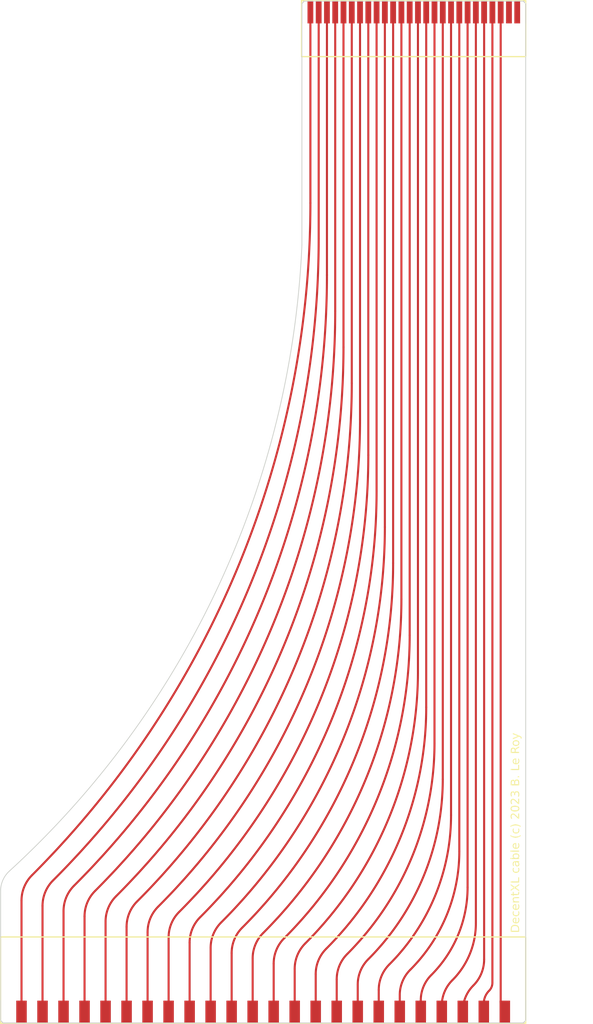
<source format=kicad_pcb>
(kicad_pcb (version 20221018) (generator pcbnew)
  (title_block (title "DecentXL Flexible Cable") (date "2023-07-27") (rev "1.1") (company "Decent Consulting"))
  (layers (0 "F.Cu" signal) (31 "B.Cu" signal) (34 "B.Paste" user) (35 "F.Paste" user) (36 "B.SilkS" user "B.Silkscreen") (37 "F.SilkS" user "F.Silkscreen") (38 "B.Mask" user) (39 "F.Mask" user) (44 "Edge.Cuts" user))
  (net 0 "")
  (footprint "Atari130MX:FPC Molex 1x26 P1mm Edge" (layer "F.Cu") (at 55.59 13.59)
    (fp_text reference "J2" hide)
    (fp_text value "Conn_01x26")
    (fp_line (start -1.025 -1.05) (end -1.025 1.35) (stroke (width 0.12)) (layer "Edge.Cuts"))
    (fp_line (start -0.725 -1.35) (end -1.025 -1.05) (stroke (width 0.12)) (layer "Edge.Cuts"))
    (fp_line (start 25.725 -1.35) (end -0.725 -1.35) (stroke (width 0.12)) (layer "Edge.Cuts"))
    (fp_line (start 25.725 -1.35) (end 26.025 -1.05) (stroke (width 0.12)) (layer "Edge.Cuts"))
    (fp_line (start 26.025 -1.05) (end 26.025 1.35) (stroke (width 0.12)) (layer "Edge.Cuts"))
    (pad "1" connect rect (at 0 0) (size 0.7 2.7) (layers "F.Cu" "F.Mask"))
    (pad "2" connect rect (at 1 0) (size 0.7 2.7) (layers "F.Cu" "F.Mask"))
    (pad "3" connect rect (at 2 0) (size 0.7 2.7) (layers "F.Cu" "F.Mask"))
    (pad "4" connect rect (at 3 0) (size 0.7 2.7) (layers "F.Cu" "F.Mask"))
    (pad "5" connect rect (at 4 0) (size 0.7 2.7) (layers "F.Cu" "F.Mask"))
    (pad "6" connect rect (at 5 0) (size 0.7 2.7) (layers "F.Cu" "F.Mask"))
    (pad "7" connect rect (at 6 0) (size 0.7 2.7) (layers "F.Cu" "F.Mask"))
    (pad "8" connect rect (at 7 0) (size 0.7 2.7) (layers "F.Cu" "F.Mask"))
    (pad "9" connect rect (at 8 0) (size 0.7 2.7) (layers "F.Cu" "F.Mask"))
    (pad "10" connect rect (at 9 0) (size 0.7 2.7) (layers "F.Cu" "F.Mask"))
    (pad "11" connect rect (at 10 0) (size 0.7 2.7) (layers "F.Cu" "F.Mask"))
    (pad "12" connect rect (at 11 0) (size 0.7 2.7) (layers "F.Cu" "F.Mask"))
    (pad "13" connect rect (at 12 0) (size 0.7 2.7) (layers "F.Cu" "F.Mask"))
    (pad "14" connect rect (at 13 0) (size 0.7 2.7) (layers "F.Cu" "F.Mask"))
    (pad "15" connect rect (at 14 0) (size 0.7 2.7) (layers "F.Cu" "F.Mask"))
    (pad "16" connect rect (at 15 0) (size 0.7 2.7) (layers "F.Cu" "F.Mask"))
    (pad "17" connect rect (at 16 0) (size 0.7 2.7) (layers "F.Cu" "F.Mask"))
    (pad "18" connect rect (at 17 0) (size 0.7 2.7) (layers "F.Cu" "F.Mask"))
    (pad "19" connect rect (at 18 0) (size 0.7 2.7) (layers "F.Cu" "F.Mask"))
    (pad "20" connect rect (at 19 0) (size 0.7 2.7) (layers "F.Cu" "F.Mask"))
    (pad "21" connect rect (at 20 0) (size 0.7 2.7) (layers "F.Cu" "F.Mask"))
    (pad "22" connect rect (at 21 0) (size 0.7 2.7) (layers "F.Cu" "F.Mask"))
    (pad "23" connect rect (at 22 0) (size 0.7 2.7) (layers "F.Cu" "F.Mask"))
    (pad "24" connect rect (at 23 0) (size 0.7 2.7) (layers "F.Cu" "F.Mask"))
    (pad "25" connect rect (at 24 0) (size 0.7 2.7) (layers "F.Cu" "F.Mask"))
    (pad "26" connect rect (at 25 0) (size 0.7 2.7) (layers "F.Cu" "F.Mask"))
  )
  (footprint "Atari130MX:FPC 1x24 P2.54mm Edge" (layer "F.Cu") (at 20.67035 134.4)
    (fp_text reference "J1" hide)
    (fp_text value "Conn_01x24")
    (fp_line (start -2.525 1.05) (end -2.525 -1.35) (stroke (width 0.12)) (layer "Edge.Cuts"))
    (fp_line (start -2.225 1.35) (end -2.525 1.05) (stroke (width 0.12)) (layer "Edge.Cuts"))
    (fp_line (start 60.645 1.35) (end -2.225 1.35) (stroke (width 0.12)) (layer "Edge.Cuts"))
    (fp_line (start 60.645 1.35) (end 60.945 1.05) (stroke (width 0.12)) (layer "Edge.Cuts"))
    (fp_line (start 60.945 1.05) (end 60.945 -1.35) (stroke (width 0.12)) (layer "Edge.Cuts"))
    (pad "1" connect rect (at 0 0) (size 1.27 2.7) (layers "F.Cu" "F.Mask"))
    (pad "2" connect rect (at 2.54 0) (size 1.27 2.7) (layers "F.Cu" "F.Mask"))
    (pad "3" connect rect (at 5.08 0) (size 1.27 2.7) (layers "F.Cu" "F.Mask"))
    (pad "4" connect rect (at 7.62 0) (size 1.27 2.7) (layers "F.Cu" "F.Mask"))
    (pad "5" connect rect (at 10.16 0) (size 1.27 2.7) (layers "F.Cu" "F.Mask"))
    (pad "6" connect rect (at 12.7 0) (size 1.27 2.7) (layers "F.Cu" "F.Mask"))
    (pad "7" connect rect (at 15.24 0) (size 1.27 2.7) (layers "F.Cu" "F.Mask"))
    (pad "8" connect rect (at 17.78 0) (size 1.27 2.7) (layers "F.Cu" "F.Mask"))
    (pad "9" connect rect (at 20.32 0) (size 1.27 2.7) (layers "F.Cu" "F.Mask"))
    (pad "10" connect rect (at 22.86 0) (size 1.27 2.7) (layers "F.Cu" "F.Mask"))
    (pad "11" connect rect (at 25.4 0) (size 1.27 2.7) (layers "F.Cu" "F.Mask"))
    (pad "12" connect rect (at 27.94 0) (size 1.27 2.7) (layers "F.Cu" "F.Mask"))
    (pad "13" connect rect (at 30.48 0) (size 1.27 2.7) (layers "F.Cu" "F.Mask"))
    (pad "14" connect rect (at 33.02 0) (size 1.27 2.7) (layers "F.Cu" "F.Mask"))
    (pad "15" connect rect (at 35.56 0) (size 1.27 2.7) (layers "F.Cu" "F.Mask"))
    (pad "16" connect rect (at 38.1 0) (size 1.27 2.7) (layers "F.Cu" "F.Mask"))
    (pad "17" connect rect (at 40.64 0) (size 1.27 2.7) (layers "F.Cu" "F.Mask"))
    (pad "18" connect rect (at 43.18 0) (size 1.27 2.7) (layers "F.Cu" "F.Mask"))
    (pad "19" connect rect (at 45.72 0) (size 1.27 2.7) (layers "F.Cu" "F.Mask"))
    (pad "20" connect rect (at 48.26 0) (size 1.27 2.7) (layers "F.Cu" "F.Mask"))
    (pad "21" connect rect (at 50.8 0) (size 1.27 2.7) (layers "F.Cu" "F.Mask"))
    (pad "22" connect rect (at 53.34 0) (size 1.27 2.7) (layers "F.Cu" "F.Mask"))
    (pad "23" connect rect (at 55.88 0) (size 1.27 2.7) (layers "F.Cu" "F.Mask"))
    (pad "24" connect rect (at 58.42 0) (size 1.27 2.7) (layers "F.Cu" "F.Mask"))
  )
  (gr_rect (start 54.52 12.19) (end 81.62 18.96) (stroke (width 0.15)) (fill none) (layer "F.SilkS"))
  (gr_rect (start 18.14535 125.355) (end 81.615 135.8) (stroke (width 0.15)) (fill none) (layer "F.SilkS"))
  (gr_line (start 81.615 14.94) (end 81.61535 133.05) (stroke (width 0.1)) (layer "Edge.Cuts"))
  (gr_line (start 54.565 41.736577) (end 54.565 14.94) (stroke (width 0.1)) (layer "Edge.Cuts"))
  (gr_arc (start 18.14535 119.67014) (mid 18.448766 118.419078) (end 19.21435 117.38414) (stroke (width 0.1)) (layer "Edge.Cuts"))
  (gr_arc (start 54.565 41.736577) (mid 44.413293 83.076199) (end 19.21435 117.38414) (stroke (width 0.1)) (layer "Edge.Cuts"))
  (gr_line (start 18.14535 133.05) (end 18.14535 119.67014) (stroke (width 0.1)) (layer "Edge.Cuts"))
  (gr_text "DecentXL cable (c) 2023 B. Le Roy" (at 80.9953 124.875 90) (layer "F.SilkS") (effects (font (size 1 1)) (justify left bottom)))
  (segment (start 23.21035 121.59093) (end 23.21035 134.4) (width 0.25) (layer "F.Cu") (net 0))
  (segment (start 46.07035 127.30593) (end 46.07035 134.4) (width 0.25) (layer "F.Cu") (net 0))
  (segment (start 70.59 13.59) (end 70.59 101.945772) (width 0.25) (layer "F.Cu") (net 0))
  (segment (start 74.59 13.59) (end 74.59 119.357327) (width 0.25) (layer "F.Cu") (net 0))
  (segment (start 65.59 13.59) (end 65.59 80.181327) (width 0.25) (layer "F.Cu") (net 0))
  (segment (start 66.39035 132.38593) (end 66.39035 134.4) (width 0.25) (layer "F.Cu") (net 0))
  (segment (start 73.59 13.59) (end 73.59 115.004438) (width 0.25) (layer "F.Cu") (net 0))
  (segment (start 61.31035 131.11593) (end 61.31035 134.4) (width 0.25) (layer "F.Cu") (net 0))
  (segment (start 25.75035 122.22593) (end 25.75035 134.4) (width 0.25) (layer "F.Cu") (net 0))
  (segment (start 56.23035 129.84593) (end 56.23035 134.4) (width 0.25) (layer "F.Cu") (net 0))
  (segment (start 55.59 13.59) (end 55.59 36.652438) (width 0.25) (layer "F.Cu") (net 0))
  (segment (start 64.59 13.59) (end 64.59 75.828438) (width 0.25) (layer "F.Cu") (net 0))
  (segment (start 69.59 13.59) (end 69.59 97.592883) (width 0.25) (layer "F.Cu") (net 0))
  (segment (start 60.59 13.59) (end 60.59 58.416883) (width 0.25) (layer "F.Cu") (net 0))
  (segment (start 43.53035 126.67093) (end 43.53035 134.4) (width 0.25) (layer "F.Cu") (net 0))
  (segment (start 76.59 13.59) (end 76.59 128.063105) (width 0.25) (layer "F.Cu") (net 0))
  (segment (start 40.99035 126.03593) (end 40.99035 134.4) (width 0.25) (layer "F.Cu") (net 0))
  (segment (start 57.59 13.59) (end 57.59 45.358216) (width 0.25) (layer "F.Cu") (net 0))
  (segment (start 59.59 13.59) (end 59.59 54.063994) (width 0.25) (layer "F.Cu") (net 0))
  (segment (start 51.15035 128.57593) (end 51.15035 134.4) (width 0.25) (layer "F.Cu") (net 0))
  (segment (start 56.59 13.59) (end 56.59 41.005327) (width 0.25) (layer "F.Cu") (net 0))
  (segment (start 62.59 13.59) (end 62.59 67.122661) (width 0.25) (layer "F.Cu") (net 0))
  (segment (start 67.59 13.59) (end 67.59 88.887105) (width 0.25) (layer "F.Cu") (net 0))
  (segment (start 35.91035 124.76593) (end 35.91035 134.4) (width 0.25) (layer "F.Cu") (net 0))
  (segment (start 63.59 13.59) (end 63.59 71.475549) (width 0.25) (layer "F.Cu") (net 0))
  (segment (start 20.67035 120.95593) (end 20.67035 134.4) (width 0.25) (layer "F.Cu") (net 0))
  (segment (start 71.47035 133.65593) (end 71.47035 134.4) (width 0.25) (layer "F.Cu") (net 0))
  (segment (start 28.29035 122.86093) (end 28.29035 134.4) (width 0.25) (layer "F.Cu") (net 0))
  (segment (start 75.59 13.59) (end 75.59 123.710216) (width 0.25) (layer "F.Cu") (net 0))
  (segment (start 77.59 13.59) (end 77.59 130.882968) (width 0.25) (layer "F.Cu") (net 0))
  (segment (start 71.59 13.59) (end 71.59 106.298661) (width 0.25) (layer "F.Cu") (net 0))
  (segment (start 63.85035 131.75093) (end 63.85035 134.4) (width 0.25) (layer "F.Cu") (net 0))
  (segment (start 68.59 13.59) (end 68.59 93.239994) (width 0.25) (layer "F.Cu") (net 0))
  (segment (start 78.59 13.59) (end 78.59 133.192049) (width 0.25) (layer "F.Cu") (net 0))
  (segment (start 53.69035 129.21093) (end 53.69035 134.4) (width 0.25) (layer "F.Cu") (net 0))
  (segment (start 68.93035 133.02093) (end 68.93035 134.4) (width 0.25) (layer "F.Cu") (net 0))
  (segment (start 30.83035 123.49593) (end 30.83035 134.4) (width 0.25) (layer "F.Cu") (net 0))
  (segment (start 74.01035 134.29093) (end 74.01035 134.4) (width 0.25) (layer "F.Cu") (net 0))
  (segment (start 38.45035 125.40093) (end 38.45035 134.4) (width 0.25) (layer "F.Cu") (net 0))
  (segment (start 48.61035 127.94093) (end 48.61035 134.4) (width 0.25) (layer "F.Cu") (net 0))
  (segment (start 58.59 13.59) (end 58.59 49.711105) (width 0.25) (layer "F.Cu") (net 0))
  (segment (start 58.77035 130.48093) (end 58.77035 134.4) (width 0.25) (layer "F.Cu") (net 0))
  (segment (start 33.37035 124.13093) (end 33.37035 134.4) (width 0.25) (layer "F.Cu") (net 0))
  (segment (start 76.55035 133.392904) (end 76.55035 134.4) (width 0.25) (layer "F.Cu") (net 0))
  (segment (start 72.59 13.59) (end 72.59 110.651549) (width 0.25) (layer "F.Cu") (net 0))
  (segment (start 66.59 13.59) (end 66.59 84.534216) (width 0.25) (layer "F.Cu") (net 0))
  (segment (start 61.59 13.59) (end 61.59 62.769772) (width 0.25) (layer "F.Cu") (net 0))
  (arc (start 59.59 54.063994) (mid 52.445659 89.981017) (end 32.1003 120.43) (width 0.25) (layer "F.Cu") (net 0))
  (arc (start 65.59 80.181327) (mid 60.847058 104.025709) (end 47.3403 124.24) (width 0.25) (layer "F.Cu") (net 0))
  (arc (start 24.4803 118.525) (mid 23.540399 119.93166) (end 23.21035 121.59093) (width 0.25) (layer "F.Cu") (net 0))
  (arc (start 77.1853 131.86) (mid 76.715368 132.563302) (end 76.55035 133.392904) (width 0.25) (layer "F.Cu") (net 0))
  (arc (start 44.8003 123.605) (mid 43.860399 125.01166) (end 43.53035 126.67093) (width 0.25) (layer "F.Cu") (net 0))
  (arc (start 62.59 67.122661) (mid 56.646358 97.003363) (end 39.7203 122.335) (width 0.25) (layer "F.Cu") (net 0))
  (arc (start 55.59 36.652438) (mid 46.844728 80.617889) (end 21.9403 117.89) (width 0.25) (layer "F.Cu") (net 0))
  (arc (start 64.59 75.828438) (mid 59.446825 101.684927) (end 44.8003 123.605) (width 0.25) (layer "F.Cu") (net 0))
  (arc (start 74.59 119.357327) (mid 73.449154 125.092746) (end 70.2003 129.955) (width 0.25) (layer "F.Cu") (net 0))
  (arc (start 21.9403 117.89) (mid 21.000399 119.29666) (end 20.67035 120.95593) (width 0.25) (layer "F.Cu") (net 0))
  (arc (start 32.1003 120.43) (mid 31.160399 121.83666) (end 30.83035 123.49593) (width 0.25) (layer "F.Cu") (net 0))
  (arc (start 68.59 93.239994) (mid 65.047756 111.048055) (end 54.9603 126.145) (width 0.25) (layer "F.Cu") (net 0))
  (arc (start 67.6603 129.32) (mid 66.720399 130.72666) (end 66.39035 132.38593) (width 0.25) (layer "F.Cu") (net 0))
  (arc (start 52.4203 125.51) (mid 51.480399 126.91666) (end 51.15035 128.57593) (width 0.25) (layer "F.Cu") (net 0))
  (arc (start 67.59 88.887105) (mid 63.647524 108.707273) (end 52.4203 125.51) (width 0.25) (layer "F.Cu") (net 0))
  (arc (start 34.6403 121.065) (mid 33.700399 122.47166) (end 33.37035 124.13093) (width 0.25) (layer "F.Cu") (net 0))
  (arc (start 75.2803 131.225) (mid 74.340399 132.63166) (end 74.01035 134.29093) (width 0.25) (layer "F.Cu") (net 0))
  (arc (start 73.59 115.004438) (mid 72.048921 122.751964) (end 67.6603 129.32) (width 0.25) (layer "F.Cu") (net 0))
  (arc (start 71.59 106.298661) (mid 69.248455 118.070401) (end 62.5803 128.05) (width 0.25) (layer "F.Cu") (net 0))
  (arc (start 56.59 41.005327) (mid 48.244961 82.958671) (end 24.4803 118.525) (width 0.25) (layer "F.Cu") (net 0))
  (arc (start 61.59 62.769772) (mid 55.246125 94.662581) (end 37.1803 121.7) (width 0.25) (layer "F.Cu") (net 0))
  (arc (start 49.8803 124.875) (mid 48.940399 126.28166) (end 48.61035 127.94093) (width 0.25) (layer "F.Cu") (net 0))
  (arc (start 70.2003 129.955) (mid 69.260399 131.36166) (end 68.93035 133.02093) (width 0.25) (layer "F.Cu") (net 0))
  (arc (start 57.59 45.358216) (mid 49.645194 85.299453) (end 27.0203 119.16) (width 0.25) (layer "F.Cu") (net 0))
  (arc (start 54.9603 126.145) (mid 54.020399 127.55166) (end 53.69035 129.21093) (width 0.25) (layer "F.Cu") (net 0))
  (arc (start 60.0403 127.415) (mid 59.100399 128.82166) (end 58.77035 130.48093) (width 0.25) (layer "F.Cu") (net 0))
  (arc (start 29.5603 119.795) (mid 28.620399 121.20166) (end 28.29035 122.86093) (width 0.25) (layer "F.Cu") (net 0))
  (arc (start 72.59 110.651549) (mid 70.648688 120.411182) (end 65.1203 128.685) (width 0.25) (layer "F.Cu") (net 0))
  (arc (start 60.59 58.416883) (mid 53.845892 92.321799) (end 34.6403 121.065) (width 0.25) (layer "F.Cu") (net 0))
  (arc (start 58.59 49.711105) (mid 51.045427 87.640235) (end 29.5603 119.795) (width 0.25) (layer "F.Cu") (net 0))
  (arc (start 78.59 133.192049) (mid 78.720036 133.845787) (end 79.09035 134.4) (width 0.25) (layer "F.Cu") (net 0))
  (arc (start 76.59 128.063105) (mid 76.24962 129.77431) (end 75.2803 131.225) (width 0.25) (layer "F.Cu") (net 0))
  (arc (start 62.5803 128.05) (mid 61.640399 129.45666) (end 61.31035 131.11593) (width 0.25) (layer "F.Cu") (net 0))
  (arc (start 37.1803 121.7) (mid 36.240399 123.10666) (end 35.91035 124.76593) (width 0.25) (layer "F.Cu") (net 0))
  (arc (start 66.59 84.534216) (mid 62.24729 106.366491) (end 49.8803 124.875) (width 0.25) (layer "F.Cu") (net 0))
  (arc (start 69.59 97.592883) (mid 66.447989 113.388837) (end 57.5003 126.78) (width 0.25) (layer "F.Cu") (net 0))
  (arc (start 57.5003 126.78) (mid 56.560399 128.18666) (end 56.23035 129.84593) (width 0.25) (layer "F.Cu") (net 0))
  (arc (start 63.59 71.475549) (mid 58.046592 99.344145) (end 42.2603 122.97) (width 0.25) (layer "F.Cu") (net 0))
  (arc (start 47.3403 124.24) (mid 46.400399 125.64666) (end 46.07035 127.30593) (width 0.25) (layer "F.Cu") (net 0))
  (arc (start 70.59 101.945772) (mid 67.848222 115.729619) (end 60.0403 127.415) (width 0.25) (layer "F.Cu") (net 0))
  (arc (start 39.7203 122.335) (mid 38.780399 123.74166) (end 38.45035 125.40093) (width 0.25) (layer "F.Cu") (net 0))
  (arc (start 42.2603 122.97) (mid 41.320399 124.37666) (end 40.99035 126.03593) (width 0.25) (layer "F.Cu") (net 0))
  (arc (start 75.59 123.710216) (mid 74.849387 127.433528) (end 72.7403 130.59) (width 0.25) (layer "F.Cu") (net 0))
  (arc (start 27.0203 119.16) (mid 26.080399 120.56666) (end 25.75035 122.22593) (width 0.25) (layer "F.Cu") (net 0))
  (arc (start 72.7403 130.59) (mid 71.800399 131.99666) (end 71.47035 133.65593) (width 0.25) (layer "F.Cu") (net 0))
  (arc (start 65.1203 128.685) (mid 64.180399 130.09166) (end 63.85035 131.75093) (width 0.25) (layer "F.Cu") (net 0))
  (arc (start 77.59 130.882968) (mid 77.484822 131.411733) (end 77.1853 131.86) (width 0.25) (layer "F.Cu") (net 0))
)
</source>
